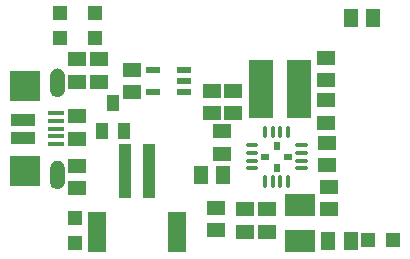
<source format=gbr>
G04 EAGLE Gerber RS-274X export*
G75*
%MOMM*%
%FSLAX34Y34*%
%LPD*%
%INSolderpaste Top*%
%IPPOS*%
%AMOC8*
5,1,8,0,0,1.08239X$1,22.5*%
G01*
%ADD10C,0.350000*%
%ADD11R,0.600000X0.700000*%
%ADD12R,0.700000X0.600000*%
%ADD13R,2.000000X5.000000*%
%ADD14R,1.500000X1.300000*%
%ADD15R,1.000000X4.600000*%
%ADD16R,1.600000X3.400000*%
%ADD17R,1.300000X1.500000*%
%ADD18R,1.200000X1.200000*%
%ADD19R,2.500000X1.950000*%
%ADD20R,1.000000X1.400000*%
%ADD21R,1.200000X0.550000*%
%ADD22R,1.350000X0.400000*%
%ADD23R,2.000000X1.000000*%
%ADD24R,2.500000X2.500000*%

G36*
X52278Y134823D02*
X52278Y134823D01*
X53552Y135023D01*
X53599Y135040D01*
X53689Y135061D01*
X54885Y135539D01*
X54928Y135566D01*
X55011Y135606D01*
X56071Y136338D01*
X56107Y136374D01*
X56178Y136432D01*
X57049Y137382D01*
X57076Y137424D01*
X57133Y137497D01*
X57770Y138617D01*
X57787Y138664D01*
X57826Y138747D01*
X58199Y139981D01*
X58204Y140031D01*
X58224Y140121D01*
X58313Y141406D01*
X58311Y141426D01*
X58314Y141450D01*
X58314Y152450D01*
X58312Y152465D01*
X58313Y152485D01*
X58252Y153611D01*
X58241Y153658D01*
X58233Y153734D01*
X57952Y154827D01*
X57932Y154871D01*
X57910Y154944D01*
X57422Y155961D01*
X57394Y156000D01*
X57357Y156067D01*
X56680Y156970D01*
X56645Y157003D01*
X56596Y157061D01*
X55756Y157814D01*
X55715Y157840D01*
X55655Y157888D01*
X54684Y158462D01*
X54639Y158479D01*
X54572Y158515D01*
X53507Y158889D01*
X53460Y158897D01*
X53387Y158919D01*
X52270Y159078D01*
X52242Y159077D01*
X52090Y159078D01*
X50974Y158919D01*
X50928Y158904D01*
X50853Y158889D01*
X49788Y158515D01*
X49746Y158491D01*
X49676Y158462D01*
X48705Y157888D01*
X48668Y157856D01*
X48604Y157814D01*
X47764Y157061D01*
X47735Y157024D01*
X47680Y156970D01*
X47003Y156067D01*
X46981Y156024D01*
X46938Y155961D01*
X46450Y154944D01*
X46437Y154897D01*
X46408Y154827D01*
X46127Y153734D01*
X46124Y153686D01*
X46108Y153611D01*
X46047Y152485D01*
X46049Y152469D01*
X46046Y152450D01*
X46046Y141450D01*
X46049Y141435D01*
X46047Y141415D01*
X46108Y140289D01*
X46120Y140242D01*
X46127Y140166D01*
X46408Y139073D01*
X46428Y139029D01*
X46450Y138956D01*
X46938Y137939D01*
X46967Y137900D01*
X47003Y137833D01*
X47680Y136930D01*
X47715Y136897D01*
X47764Y136839D01*
X48604Y136086D01*
X48645Y136060D01*
X48705Y136012D01*
X49676Y135438D01*
X49721Y135421D01*
X49788Y135385D01*
X50853Y135011D01*
X50900Y135003D01*
X50974Y134981D01*
X52090Y134822D01*
X52091Y134822D01*
X52278Y134823D01*
G37*
G36*
X52278Y56823D02*
X52278Y56823D01*
X53552Y57023D01*
X53599Y57040D01*
X53689Y57061D01*
X54885Y57539D01*
X54928Y57566D01*
X55011Y57606D01*
X56071Y58338D01*
X56107Y58374D01*
X56178Y58432D01*
X57049Y59382D01*
X57076Y59424D01*
X57133Y59497D01*
X57770Y60617D01*
X57787Y60664D01*
X57826Y60747D01*
X58199Y61981D01*
X58204Y62031D01*
X58224Y62121D01*
X58313Y63406D01*
X58311Y63426D01*
X58314Y63450D01*
X58314Y74450D01*
X58312Y74465D01*
X58313Y74485D01*
X58252Y75611D01*
X58241Y75658D01*
X58233Y75734D01*
X57952Y76827D01*
X57932Y76871D01*
X57910Y76944D01*
X57422Y77961D01*
X57394Y78000D01*
X57357Y78067D01*
X56680Y78970D01*
X56645Y79003D01*
X56596Y79061D01*
X55756Y79814D01*
X55715Y79840D01*
X55655Y79888D01*
X54684Y80462D01*
X54639Y80479D01*
X54572Y80515D01*
X53507Y80889D01*
X53460Y80897D01*
X53387Y80919D01*
X52270Y81078D01*
X52242Y81077D01*
X52090Y81078D01*
X50974Y80919D01*
X50928Y80904D01*
X50853Y80889D01*
X49788Y80515D01*
X49746Y80491D01*
X49676Y80462D01*
X48705Y79888D01*
X48668Y79856D01*
X48604Y79814D01*
X47764Y79061D01*
X47735Y79024D01*
X47680Y78970D01*
X47003Y78067D01*
X46981Y78024D01*
X46938Y77961D01*
X46450Y76944D01*
X46437Y76897D01*
X46408Y76827D01*
X46127Y75734D01*
X46124Y75686D01*
X46108Y75611D01*
X46047Y74485D01*
X46049Y74469D01*
X46046Y74450D01*
X46046Y63450D01*
X46049Y63435D01*
X46047Y63415D01*
X46108Y62289D01*
X46120Y62242D01*
X46127Y62166D01*
X46408Y61073D01*
X46428Y61029D01*
X46450Y60956D01*
X46938Y59939D01*
X46967Y59900D01*
X47003Y59833D01*
X47680Y58930D01*
X47715Y58897D01*
X47764Y58839D01*
X48604Y58086D01*
X48645Y58060D01*
X48705Y58012D01*
X49676Y57438D01*
X49721Y57421D01*
X49788Y57385D01*
X50853Y57011D01*
X50900Y57003D01*
X50974Y56981D01*
X52090Y56822D01*
X52091Y56822D01*
X52278Y56823D01*
G37*
D10*
X262130Y74530D02*
X255130Y74530D01*
X255130Y81030D02*
X262130Y81030D01*
X262130Y87530D02*
X255130Y87530D01*
X255130Y94030D02*
X262130Y94030D01*
X247380Y101780D02*
X247380Y108780D01*
X240880Y108780D02*
X240880Y101780D01*
X234380Y101780D02*
X234380Y108780D01*
X227880Y108780D02*
X227880Y101780D01*
X220130Y94030D02*
X213130Y94030D01*
X213130Y87530D02*
X220130Y87530D01*
X220130Y81030D02*
X213130Y81030D01*
X213130Y74530D02*
X220130Y74530D01*
X227880Y66780D02*
X227880Y59780D01*
X234380Y59780D02*
X234380Y66780D01*
X240880Y66780D02*
X240880Y59780D01*
X247380Y59780D02*
X247380Y66780D01*
D11*
X237630Y74780D03*
X237630Y93780D03*
D12*
X247130Y84280D03*
X228130Y84280D03*
D13*
X224210Y141260D03*
X256210Y141260D03*
D14*
X182880Y140310D03*
X182880Y121310D03*
D15*
X129380Y72560D03*
X109380Y72560D03*
D16*
X153380Y20560D03*
X85380Y20560D03*
D14*
X281940Y59030D03*
X281940Y40030D03*
X279900Y95870D03*
X279900Y76870D03*
X279720Y113030D03*
X279720Y132030D03*
D17*
X319380Y201930D03*
X300380Y201930D03*
D14*
X279400Y168250D03*
X279400Y149250D03*
D18*
X315210Y13650D03*
X336210Y13650D03*
D17*
X300330Y12700D03*
X281330Y12700D03*
D14*
X186360Y22240D03*
X186360Y41240D03*
X200660Y140310D03*
X200660Y121310D03*
X229870Y39980D03*
X229870Y20980D03*
X210820Y39980D03*
X210820Y20980D03*
X191770Y106020D03*
X191770Y87020D03*
D17*
X192380Y68580D03*
X173380Y68580D03*
D19*
X257810Y43190D03*
X257810Y12690D03*
D18*
X67310Y11090D03*
X67310Y32090D03*
D14*
X68580Y57810D03*
X68580Y76810D03*
D20*
X99060Y130110D03*
X108560Y106110D03*
X89560Y106110D03*
D21*
X159051Y139090D03*
X159051Y148590D03*
X159051Y158090D03*
X133049Y158090D03*
X133049Y139090D03*
D18*
X83820Y185080D03*
X83820Y206080D03*
X54610Y206080D03*
X54610Y185080D03*
D14*
X87630Y166980D03*
X87630Y147980D03*
X68580Y166980D03*
X68580Y147980D03*
X68580Y118720D03*
X68580Y99720D03*
X115570Y139090D03*
X115570Y158090D03*
D22*
X50930Y120950D03*
X50930Y114450D03*
X50930Y107950D03*
X50930Y101450D03*
X50930Y94950D03*
D23*
X23180Y115450D03*
X23180Y100450D03*
D24*
X24180Y143950D03*
X24180Y71950D03*
M02*

</source>
